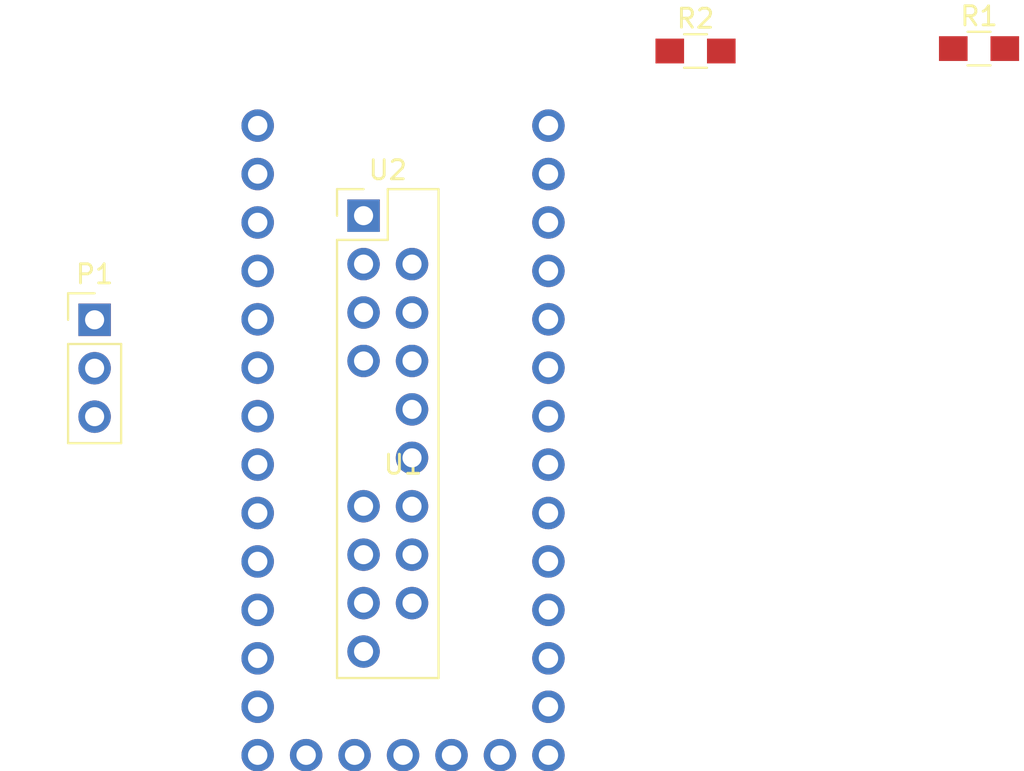
<source format=kicad_pcb>
(kicad_pcb (version 4) (host pcbnew 4.0.5)

  (general
    (links 20)
    (no_connects 20)
    (area 0 0 0 0)
    (thickness 1.6)
    (drawings 0)
    (tracks 0)
    (zones 0)
    (modules 5)
    (nets 37)
  )

  (page A4)
  (layers
    (0 F.Cu signal)
    (31 B.Cu signal)
    (32 B.Adhes user)
    (33 F.Adhes user)
    (34 B.Paste user)
    (35 F.Paste user)
    (36 B.SilkS user)
    (37 F.SilkS user)
    (38 B.Mask user)
    (39 F.Mask user)
    (40 Dwgs.User user)
    (41 Cmts.User user)
    (42 Eco1.User user)
    (43 Eco2.User user)
    (44 Edge.Cuts user)
    (45 Margin user)
    (46 B.CrtYd user)
    (47 F.CrtYd user)
    (48 B.Fab user)
    (49 F.Fab user)
  )

  (setup
    (last_trace_width 0.25)
    (trace_clearance 0.2)
    (zone_clearance 0.508)
    (zone_45_only no)
    (trace_min 0.2)
    (segment_width 0.2)
    (edge_width 0.15)
    (via_size 0.6)
    (via_drill 0.4)
    (via_min_size 0.4)
    (via_min_drill 0.3)
    (uvia_size 0.3)
    (uvia_drill 0.1)
    (uvias_allowed no)
    (uvia_min_size 0.2)
    (uvia_min_drill 0.1)
    (pcb_text_width 0.3)
    (pcb_text_size 1.5 1.5)
    (mod_edge_width 0.15)
    (mod_text_size 1 1)
    (mod_text_width 0.15)
    (pad_size 1.524 1.524)
    (pad_drill 0.762)
    (pad_to_mask_clearance 0.2)
    (aux_axis_origin 0 0)
    (visible_elements FFFFFF7F)
    (pcbplotparams
      (layerselection 0x00030_80000001)
      (usegerberextensions false)
      (excludeedgelayer true)
      (linewidth 0.100000)
      (plotframeref false)
      (viasonmask false)
      (mode 1)
      (useauxorigin false)
      (hpglpennumber 1)
      (hpglpenspeed 20)
      (hpglpendiameter 15)
      (hpglpenoverlay 2)
      (psnegative false)
      (psa4output false)
      (plotreference true)
      (plotvalue true)
      (plotinvisibletext false)
      (padsonsilk false)
      (subtractmaskfromsilk false)
      (outputformat 1)
      (mirror false)
      (drillshape 1)
      (scaleselection 1)
      (outputdirectory ""))
  )

  (net 0 "")
  (net 1 /3.3V)
  (net 2 "Net-(P1-Pad2)")
  (net 3 /5V)
  (net 4 /DEVICE_RX)
  (net 5 /TEENSY_TX)
  (net 6 /TEENSY_RX)
  (net 7 /DEVICE_TX)
  (net 8 "Net-(U1-Pad2)")
  (net 9 "Net-(U1-Pad3)")
  (net 10 "Net-(U1-Pad4)")
  (net 11 "Net-(U1-Pad5)")
  (net 12 "Net-(U1-Pad6)")
  (net 13 "Net-(U1-Pad7)")
  (net 14 "Net-(U1-Pad8)")
  (net 15 "Net-(U1-Pad9)")
  (net 16 /SPI_CS)
  (net 17 /SPI_MOSI)
  (net 18 /SPI_MISO)
  (net 19 /SPI_CLK)
  (net 20 /AIO0)
  (net 21 /AIO1)
  (net 22 /AIO2)
  (net 23 /AIO3)
  (net 24 /I2C_SDAT)
  (net 25 /I2C_SCLK)
  (net 26 "Net-(U1-Pad20)")
  (net 27 "Net-(U1-Pad21)")
  (net 28 "Net-(U1-Pad22)")
  (net 29 "Net-(U1-Pad23)")
  (net 30 "Net-(U1-Pad25)")
  (net 31 /GND)
  (net 32 "Net-(U1-Pad28)")
  (net 33 "Net-(U1-Pad29)")
  (net 34 "Net-(U1-Pad30)")
  (net 35 "Net-(U1-Pad31)")
  (net 36 "Net-(U1-Pad32)")

  (net_class Default "This is the default net class."
    (clearance 0.2)
    (trace_width 0.25)
    (via_dia 0.6)
    (via_drill 0.4)
    (uvia_dia 0.3)
    (uvia_drill 0.1)
    (add_net /3.3V)
    (add_net /5V)
    (add_net /AIO0)
    (add_net /AIO1)
    (add_net /AIO2)
    (add_net /AIO3)
    (add_net /DEVICE_RX)
    (add_net /DEVICE_TX)
    (add_net /GND)
    (add_net /I2C_SCLK)
    (add_net /I2C_SDAT)
    (add_net /SPI_CLK)
    (add_net /SPI_CS)
    (add_net /SPI_MISO)
    (add_net /SPI_MOSI)
    (add_net /TEENSY_RX)
    (add_net /TEENSY_TX)
    (add_net "Net-(P1-Pad2)")
    (add_net "Net-(U1-Pad2)")
    (add_net "Net-(U1-Pad20)")
    (add_net "Net-(U1-Pad21)")
    (add_net "Net-(U1-Pad22)")
    (add_net "Net-(U1-Pad23)")
    (add_net "Net-(U1-Pad25)")
    (add_net "Net-(U1-Pad28)")
    (add_net "Net-(U1-Pad29)")
    (add_net "Net-(U1-Pad3)")
    (add_net "Net-(U1-Pad30)")
    (add_net "Net-(U1-Pad31)")
    (add_net "Net-(U1-Pad32)")
    (add_net "Net-(U1-Pad4)")
    (add_net "Net-(U1-Pad5)")
    (add_net "Net-(U1-Pad6)")
    (add_net "Net-(U1-Pad7)")
    (add_net "Net-(U1-Pad8)")
    (add_net "Net-(U1-Pad9)")
  )

  (module Pin_Headers:Pin_Header_Straight_1x03_Pitch2.54mm (layer F.Cu) (tedit 5862ED52) (tstamp 58AB6DDD)
    (at 132.334 99.949)
    (descr "Through hole straight pin header, 1x03, 2.54mm pitch, single row")
    (tags "Through hole pin header THT 1x03 2.54mm single row")
    (path /58A74996)
    (fp_text reference P1 (at 0 -2.39) (layer F.SilkS)
      (effects (font (size 1 1) (thickness 0.15)))
    )
    (fp_text value CONN_01X03 (at 0 7.47) (layer F.Fab)
      (effects (font (size 1 1) (thickness 0.15)))
    )
    (fp_line (start -1.27 -1.27) (end -1.27 6.35) (layer F.Fab) (width 0.1))
    (fp_line (start -1.27 6.35) (end 1.27 6.35) (layer F.Fab) (width 0.1))
    (fp_line (start 1.27 6.35) (end 1.27 -1.27) (layer F.Fab) (width 0.1))
    (fp_line (start 1.27 -1.27) (end -1.27 -1.27) (layer F.Fab) (width 0.1))
    (fp_line (start -1.39 1.27) (end -1.39 6.47) (layer F.SilkS) (width 0.12))
    (fp_line (start -1.39 6.47) (end 1.39 6.47) (layer F.SilkS) (width 0.12))
    (fp_line (start 1.39 6.47) (end 1.39 1.27) (layer F.SilkS) (width 0.12))
    (fp_line (start 1.39 1.27) (end -1.39 1.27) (layer F.SilkS) (width 0.12))
    (fp_line (start -1.39 0) (end -1.39 -1.39) (layer F.SilkS) (width 0.12))
    (fp_line (start -1.39 -1.39) (end 0 -1.39) (layer F.SilkS) (width 0.12))
    (fp_line (start -1.6 -1.6) (end -1.6 6.6) (layer F.CrtYd) (width 0.05))
    (fp_line (start -1.6 6.6) (end 1.6 6.6) (layer F.CrtYd) (width 0.05))
    (fp_line (start 1.6 6.6) (end 1.6 -1.6) (layer F.CrtYd) (width 0.05))
    (fp_line (start 1.6 -1.6) (end -1.6 -1.6) (layer F.CrtYd) (width 0.05))
    (pad 1 thru_hole rect (at 0 0) (size 1.7 1.7) (drill 1) (layers *.Cu *.Mask)
      (net 1 /3.3V))
    (pad 2 thru_hole oval (at 0 2.54) (size 1.7 1.7) (drill 1) (layers *.Cu *.Mask)
      (net 2 "Net-(P1-Pad2)"))
    (pad 3 thru_hole oval (at 0 5.08) (size 1.7 1.7) (drill 1) (layers *.Cu *.Mask)
      (net 3 /5V))
    (model Pin_Headers.3dshapes/Pin_Header_Straight_1x03_Pitch2.54mm.wrl
      (at (xyz 0 -0.1 0))
      (scale (xyz 1 1 1))
      (rotate (xyz 0 0 90))
    )
  )

  (module Resistors_SMD:R_0805_HandSoldering (layer F.Cu) (tedit 58AADA1D) (tstamp 58AB6DE3)
    (at 178.689 85.725)
    (descr "Resistor SMD 0805, hand soldering")
    (tags "resistor 0805")
    (path /58A768E3)
    (attr smd)
    (fp_text reference R1 (at 0 -1.7) (layer F.SilkS)
      (effects (font (size 1 1) (thickness 0.15)))
    )
    (fp_text value 0 (at 0 1.75) (layer F.Fab)
      (effects (font (size 1 1) (thickness 0.15)))
    )
    (fp_text user %R (at 0 -1.7) (layer F.Fab)
      (effects (font (size 1 1) (thickness 0.15)))
    )
    (fp_line (start -1 0.62) (end -1 -0.62) (layer F.Fab) (width 0.1))
    (fp_line (start 1 0.62) (end -1 0.62) (layer F.Fab) (width 0.1))
    (fp_line (start 1 -0.62) (end 1 0.62) (layer F.Fab) (width 0.1))
    (fp_line (start -1 -0.62) (end 1 -0.62) (layer F.Fab) (width 0.1))
    (fp_line (start 0.6 0.88) (end -0.6 0.88) (layer F.SilkS) (width 0.12))
    (fp_line (start -0.6 -0.88) (end 0.6 -0.88) (layer F.SilkS) (width 0.12))
    (fp_line (start -2.35 -0.9) (end 2.35 -0.9) (layer F.CrtYd) (width 0.05))
    (fp_line (start -2.35 -0.9) (end -2.35 0.9) (layer F.CrtYd) (width 0.05))
    (fp_line (start 2.35 0.9) (end 2.35 -0.9) (layer F.CrtYd) (width 0.05))
    (fp_line (start 2.35 0.9) (end -2.35 0.9) (layer F.CrtYd) (width 0.05))
    (pad 1 smd rect (at -1.35 0) (size 1.5 1.3) (layers F.Cu F.Paste F.Mask)
      (net 4 /DEVICE_RX))
    (pad 2 smd rect (at 1.35 0) (size 1.5 1.3) (layers F.Cu F.Paste F.Mask)
      (net 5 /TEENSY_TX))
    (model Resistors_SMD.3dshapes/R_0805.wrl
      (at (xyz 0 0 0))
      (scale (xyz 1 1 1))
      (rotate (xyz 0 0 0))
    )
  )

  (module Resistors_SMD:R_0805_HandSoldering (layer F.Cu) (tedit 58AADA1D) (tstamp 58AB6DE9)
    (at 163.83 85.852)
    (descr "Resistor SMD 0805, hand soldering")
    (tags "resistor 0805")
    (path /58A76B77)
    (attr smd)
    (fp_text reference R2 (at 0 -1.7) (layer F.SilkS)
      (effects (font (size 1 1) (thickness 0.15)))
    )
    (fp_text value 0 (at 0 1.75) (layer F.Fab)
      (effects (font (size 1 1) (thickness 0.15)))
    )
    (fp_text user %R (at 0 -1.7) (layer F.Fab)
      (effects (font (size 1 1) (thickness 0.15)))
    )
    (fp_line (start -1 0.62) (end -1 -0.62) (layer F.Fab) (width 0.1))
    (fp_line (start 1 0.62) (end -1 0.62) (layer F.Fab) (width 0.1))
    (fp_line (start 1 -0.62) (end 1 0.62) (layer F.Fab) (width 0.1))
    (fp_line (start -1 -0.62) (end 1 -0.62) (layer F.Fab) (width 0.1))
    (fp_line (start 0.6 0.88) (end -0.6 0.88) (layer F.SilkS) (width 0.12))
    (fp_line (start -0.6 -0.88) (end 0.6 -0.88) (layer F.SilkS) (width 0.12))
    (fp_line (start -2.35 -0.9) (end 2.35 -0.9) (layer F.CrtYd) (width 0.05))
    (fp_line (start -2.35 -0.9) (end -2.35 0.9) (layer F.CrtYd) (width 0.05))
    (fp_line (start 2.35 0.9) (end 2.35 -0.9) (layer F.CrtYd) (width 0.05))
    (fp_line (start 2.35 0.9) (end -2.35 0.9) (layer F.CrtYd) (width 0.05))
    (pad 1 smd rect (at -1.35 0) (size 1.5 1.3) (layers F.Cu F.Paste F.Mask)
      (net 6 /TEENSY_RX))
    (pad 2 smd rect (at 1.35 0) (size 1.5 1.3) (layers F.Cu F.Paste F.Mask)
      (net 7 /DEVICE_TX))
    (model Resistors_SMD.3dshapes/R_0805.wrl
      (at (xyz 0 0 0))
      (scale (xyz 1 1 1))
      (rotate (xyz 0 0 0))
    )
  )

  (module TeensyConverter:Teensy-32 (layer F.Cu) (tedit 586B2D01) (tstamp 58AB6E0E)
    (at 148.5011 105.0036)
    (path /58A73DD8)
    (fp_text reference U1 (at 0 2.54) (layer F.SilkS)
      (effects (font (size 1 1) (thickness 0.15)))
    )
    (fp_text value Teensy-3.2 (at 0 0) (layer F.Fab)
      (effects (font (size 1 1) (thickness 0.15)))
    )
    (pad 0 thru_hole circle (at 7.62 -12.7) (size 1.7018 1.7018) (drill 1.016) (layers *.Cu *.Mask)
      (net 6 /TEENSY_RX))
    (pad 1 thru_hole circle (at 7.62 -10.16) (size 1.7018 1.7018) (drill 1.016) (layers *.Cu *.Mask)
      (net 5 /TEENSY_TX))
    (pad 2 thru_hole circle (at 7.62 -7.62) (size 1.7018 1.7018) (drill 1.016) (layers *.Cu *.Mask)
      (net 8 "Net-(U1-Pad2)"))
    (pad 3 thru_hole circle (at 7.62 -5.08) (size 1.7018 1.7018) (drill 1.016) (layers *.Cu *.Mask)
      (net 9 "Net-(U1-Pad3)"))
    (pad 4 thru_hole circle (at 7.62 -2.54) (size 1.7018 1.7018) (drill 1.016) (layers *.Cu *.Mask)
      (net 10 "Net-(U1-Pad4)"))
    (pad 5 thru_hole circle (at 7.62 0) (size 1.7018 1.7018) (drill 1.016) (layers *.Cu *.Mask)
      (net 11 "Net-(U1-Pad5)"))
    (pad 6 thru_hole circle (at 7.62 2.54) (size 1.7018 1.7018) (drill 1.016) (layers *.Cu *.Mask)
      (net 12 "Net-(U1-Pad6)"))
    (pad 7 thru_hole circle (at 7.62 5.08) (size 1.7018 1.7018) (drill 1.016) (layers *.Cu *.Mask)
      (net 13 "Net-(U1-Pad7)"))
    (pad 8 thru_hole circle (at 7.62 7.62) (size 1.7018 1.7018) (drill 1.016) (layers *.Cu *.Mask)
      (net 14 "Net-(U1-Pad8)"))
    (pad 9 thru_hole circle (at 7.62 10.16) (size 1.7018 1.7018) (drill 1.016) (layers *.Cu *.Mask)
      (net 15 "Net-(U1-Pad9)"))
    (pad 10 thru_hole circle (at 7.62 12.7) (size 1.7018 1.7018) (drill 1.016) (layers *.Cu *.Mask)
      (net 16 /SPI_CS))
    (pad 11 thru_hole circle (at 7.62 15.24) (size 1.7018 1.7018) (drill 1.016) (layers *.Cu *.Mask)
      (net 17 /SPI_MOSI))
    (pad 12 thru_hole circle (at 7.62 17.78) (size 1.7018 1.7018) (drill 1.016) (layers *.Cu *.Mask)
      (net 18 /SPI_MISO))
    (pad 13 thru_hole circle (at -7.62 17.78) (size 1.7018 1.7018) (drill 1.016) (layers *.Cu *.Mask)
      (net 19 /SPI_CLK))
    (pad 14 thru_hole circle (at -7.62 15.24) (size 1.7018 1.7018) (drill 1.016) (layers *.Cu *.Mask)
      (net 20 /AIO0))
    (pad 15 thru_hole circle (at -7.62 12.7) (size 1.7018 1.7018) (drill 1.016) (layers *.Cu *.Mask)
      (net 21 /AIO1))
    (pad 16 thru_hole circle (at -7.62 10.16) (size 1.7018 1.7018) (drill 1.016) (layers *.Cu *.Mask)
      (net 22 /AIO2))
    (pad 17 thru_hole circle (at -7.62 7.62) (size 1.7018 1.7018) (drill 1.016) (layers *.Cu *.Mask)
      (net 23 /AIO3))
    (pad 18 thru_hole circle (at -7.62 5.08) (size 1.7018 1.7018) (drill 1.016) (layers *.Cu *.Mask)
      (net 24 /I2C_SDAT))
    (pad 19 thru_hole circle (at -7.62 2.54) (size 1.7018 1.7018) (drill 1.016) (layers *.Cu *.Mask)
      (net 25 /I2C_SCLK))
    (pad 20 thru_hole circle (at -7.62 0) (size 1.7018 1.7018) (drill 1.016) (layers *.Cu *.Mask)
      (net 26 "Net-(U1-Pad20)"))
    (pad 21 thru_hole circle (at -7.62 -2.54) (size 1.7018 1.7018) (drill 1.016) (layers *.Cu *.Mask)
      (net 27 "Net-(U1-Pad21)"))
    (pad 22 thru_hole circle (at -7.62 -5.08) (size 1.7018 1.7018) (drill 1.016) (layers *.Cu *.Mask)
      (net 28 "Net-(U1-Pad22)"))
    (pad 23 thru_hole circle (at -7.62 -7.62) (size 1.7018 1.7018) (drill 1.016) (layers *.Cu *.Mask)
      (net 29 "Net-(U1-Pad23)"))
    (pad 24 thru_hole circle (at -7.62 -10.16) (size 1.7018 1.7018) (drill 1.016) (layers *.Cu *.Mask)
      (net 1 /3.3V))
    (pad 25 thru_hole circle (at -7.62 -12.7) (size 1.7018 1.7018) (drill 1.016) (layers *.Cu *.Mask)
      (net 30 "Net-(U1-Pad25)"))
    (pad 26 thru_hole circle (at -7.62 -15.24) (size 1.7018 1.7018) (drill 1.016) (layers *.Cu *.Mask)
      (net 3 /5V))
    (pad 27 thru_hole circle (at 7.62 -15.24) (size 1.7018 1.7018) (drill 1.016) (layers *.Cu *.Mask)
      (net 31 /GND))
    (pad 28 thru_hole circle (at 5.08 17.78) (size 1.7018 1.7018) (drill 1.016) (layers *.Cu *.Mask)
      (net 32 "Net-(U1-Pad28)"))
    (pad 29 thru_hole circle (at 2.54 17.78) (size 1.7018 1.7018) (drill 1.016) (layers *.Cu *.Mask)
      (net 33 "Net-(U1-Pad29)"))
    (pad 30 thru_hole circle (at 0 17.78) (size 1.7018 1.7018) (drill 1.016) (layers *.Cu *.Mask)
      (net 34 "Net-(U1-Pad30)"))
    (pad 31 thru_hole circle (at -2.54 17.78) (size 1.7018 1.7018) (drill 1.016) (layers *.Cu *.Mask)
      (net 35 "Net-(U1-Pad31)"))
    (pad 32 thru_hole circle (at -5.08 17.78) (size 1.7018 1.7018) (drill 1.016) (layers *.Cu *.Mask)
      (net 36 "Net-(U1-Pad32)"))
  )

  (module TeensyConverter:CE_Header (layer F.Cu) (tedit 58A5489C) (tstamp 58AB6E22)
    (at 146.431 94.488)
    (descr "Through hole straight pin header, 2x10, 2.54mm pitch, double rows")
    (tags "Through hole pin header THT 2x10 2.54mm double row")
    (path /58A73E7D)
    (fp_text reference U2 (at 1.27 -2.39) (layer F.SilkS)
      (effects (font (size 1 1) (thickness 0.15)))
    )
    (fp_text value CE_HEADER (at 1.27 25.25) (layer F.Fab)
      (effects (font (size 1 1) (thickness 0.15)))
    )
    (fp_line (start -1.27 -1.27) (end -1.27 24.13) (layer F.Fab) (width 0.1))
    (fp_line (start -1.27 24.13) (end 3.81 24.13) (layer F.Fab) (width 0.1))
    (fp_line (start 3.81 24.13) (end 3.81 -1.27) (layer F.Fab) (width 0.1))
    (fp_line (start 3.81 -1.27) (end -1.27 -1.27) (layer F.Fab) (width 0.1))
    (fp_line (start -1.39 1.27) (end -1.39 24.25) (layer F.SilkS) (width 0.12))
    (fp_line (start -1.39 24.25) (end 3.93 24.25) (layer F.SilkS) (width 0.12))
    (fp_line (start 3.93 24.25) (end 3.93 -1.39) (layer F.SilkS) (width 0.12))
    (fp_line (start 3.93 -1.39) (end 1.27 -1.39) (layer F.SilkS) (width 0.12))
    (fp_line (start 1.27 -1.39) (end 1.27 1.27) (layer F.SilkS) (width 0.12))
    (fp_line (start 1.27 1.27) (end -1.39 1.27) (layer F.SilkS) (width 0.12))
    (fp_line (start -1.39 0) (end -1.39 -1.39) (layer F.SilkS) (width 0.12))
    (fp_line (start -1.39 -1.39) (end 0 -1.39) (layer F.SilkS) (width 0.12))
    (fp_line (start -1.6 -1.6) (end -1.6 24.4) (layer F.CrtYd) (width 0.05))
    (fp_line (start -1.6 24.4) (end 4.1 24.4) (layer F.CrtYd) (width 0.05))
    (fp_line (start 4.1 24.4) (end 4.1 -1.6) (layer F.CrtYd) (width 0.05))
    (fp_line (start 4.1 -1.6) (end -1.6 -1.6) (layer F.CrtYd) (width 0.05))
    (pad 1 thru_hole rect (at 0 0) (size 1.7 1.7) (drill 1) (layers *.Cu *.Mask)
      (net 2 "Net-(P1-Pad2)"))
    (pad 3 thru_hole oval (at 0 2.54) (size 1.7 1.7) (drill 1) (layers *.Cu *.Mask)
      (net 17 /SPI_MOSI))
    (pad 4 thru_hole oval (at 2.54 2.54) (size 1.7 1.7) (drill 1) (layers *.Cu *.Mask)
      (net 18 /SPI_MISO))
    (pad 5 thru_hole oval (at 0 5.08) (size 1.7 1.7) (drill 1) (layers *.Cu *.Mask)
      (net 19 /SPI_CLK))
    (pad 6 thru_hole oval (at 2.54 5.08) (size 1.7 1.7) (drill 1) (layers *.Cu *.Mask)
      (net 16 /SPI_CS))
    (pad 7 thru_hole oval (at 0 7.62) (size 1.7 1.7) (drill 1) (layers *.Cu *.Mask)
      (net 4 /DEVICE_RX))
    (pad 8 thru_hole oval (at 2.54 7.62) (size 1.7 1.7) (drill 1) (layers *.Cu *.Mask)
      (net 7 /DEVICE_TX))
    (pad 10 thru_hole oval (at 2.54 10.16) (size 1.7 1.7) (drill 1) (layers *.Cu *.Mask)
      (net 31 /GND))
    (pad 12 thru_hole oval (at 2.54 12.7) (size 1.7 1.7) (drill 1) (layers *.Cu *.Mask)
      (net 1 /3.3V))
    (pad 13 thru_hole oval (at 0 15.24) (size 1.7 1.7) (drill 1) (layers *.Cu *.Mask)
      (net 25 /I2C_SCLK))
    (pad 14 thru_hole oval (at 2.54 15.24) (size 1.7 1.7) (drill 1) (layers *.Cu *.Mask)
      (net 24 /I2C_SDAT))
    (pad 15 thru_hole oval (at 0 17.78) (size 1.7 1.7) (drill 1) (layers *.Cu *.Mask)
      (net 20 /AIO0))
    (pad 16 thru_hole oval (at 2.54 17.78) (size 1.7 1.7) (drill 1) (layers *.Cu *.Mask)
      (net 21 /AIO1))
    (pad 17 thru_hole oval (at 0 20.32) (size 1.7 1.7) (drill 1) (layers *.Cu *.Mask)
      (net 22 /AIO2))
    (pad 18 thru_hole oval (at 2.54 20.32) (size 1.7 1.7) (drill 1) (layers *.Cu *.Mask)
      (net 23 /AIO3))
    (pad 19 thru_hole oval (at 0 22.86) (size 1.7 1.7) (drill 1) (layers *.Cu *.Mask)
      (net 31 /GND))
    (model Pin_Headers.3dshapes/Pin_Header_Straight_2x10_Pitch2.54mm.wrl
      (at (xyz 0.05 -0.45 0))
      (scale (xyz 1 1 1))
      (rotate (xyz 0 0 90))
    )
  )

)

</source>
